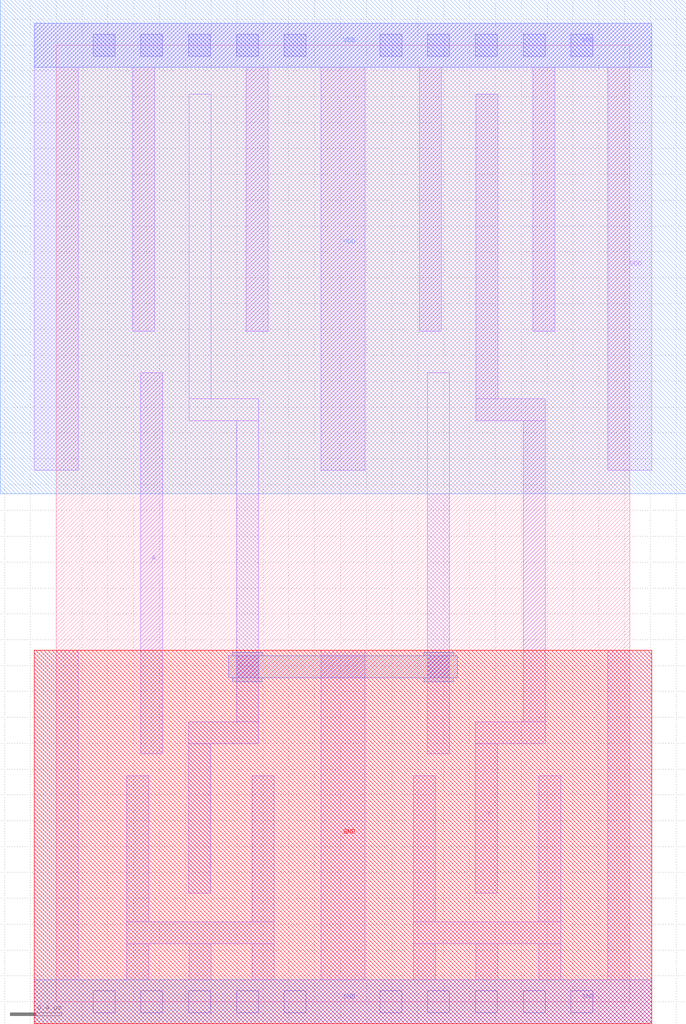
<source format=lef>
VERSION 5.7 ;
  NOWIREEXTENSIONATPIN ON ;
  DIVIDERCHAR "/" ;
  BUSBITCHARS "[]" ;
MACRO BUFX1
  CLASS CORE ;
  FOREIGN BUFX1 ;
  ORIGIN 0.000 0.000 ;
  SIZE 4.440 BY 7.400 ;
  SYMMETRY X Y R90 ;
  SITE unitrh ;
  PIN Y
    DIRECTION OUTPUT ;
    USE SIGNAL ;
    ANTENNADIFFAREA 0.771900 ;
    PORT
      LAYER li1 ;
        RECT 3.250 4.665 3.420 7.020 ;
        RECT 3.250 4.495 3.785 4.665 ;
        RECT 3.615 2.165 3.785 4.495 ;
        RECT 3.245 1.995 3.785 2.165 ;
        RECT 3.245 0.840 3.415 1.995 ;
    END
  END Y
  PIN A
    DIRECTION INPUT ;
    USE SIGNAL ;
    ANTENNAGATEAREA 1.027250 ;
    PORT
      LAYER li1 ;
        RECT 0.655 1.920 0.825 4.865 ;
    END
  END A
  PIN VDD
    DIRECTION INOUT ;
    USE POWER ;
    SHAPE ABUTMENT ;
    PORT
      LAYER nwell ;
        RECT -0.435 3.930 4.875 7.750 ;
      LAYER li1 ;
        RECT -0.170 7.230 4.610 7.570 ;
        RECT -0.170 4.110 0.170 7.230 ;
        RECT 0.590 5.185 0.760 7.230 ;
        RECT 1.470 5.185 1.640 7.230 ;
        RECT 2.050 4.110 2.390 7.230 ;
        RECT 2.810 5.185 2.980 7.230 ;
        RECT 3.690 5.185 3.860 7.230 ;
        RECT 4.270 4.110 4.610 7.230 ;
      LAYER mcon ;
        RECT 0.285 7.315 0.455 7.485 ;
        RECT 0.655 7.315 0.825 7.485 ;
        RECT 1.025 7.315 1.195 7.485 ;
        RECT 1.395 7.315 1.565 7.485 ;
        RECT 1.765 7.315 1.935 7.485 ;
        RECT 2.505 7.315 2.675 7.485 ;
        RECT 2.875 7.315 3.045 7.485 ;
        RECT 3.245 7.315 3.415 7.485 ;
        RECT 3.615 7.315 3.785 7.485 ;
        RECT 3.985 7.315 4.155 7.485 ;
      LAYER met1 ;
        RECT -0.170 7.230 4.610 7.570 ;
    END
  END VDD
  PIN GND
    DIRECTION INOUT ;
    USE GROUND ;
    SHAPE ABUTMENT ;
    PORT
      LAYER pwell ;
        RECT -0.170 -0.170 4.610 2.720 ;
      LAYER li1 ;
        RECT -0.170 0.170 0.170 2.720 ;
        RECT 0.545 0.620 0.715 1.750 ;
        RECT 1.515 0.620 1.685 1.750 ;
        RECT 0.545 0.450 1.685 0.620 ;
        RECT 0.545 0.170 0.715 0.450 ;
        RECT 1.030 0.170 1.200 0.450 ;
        RECT 1.515 0.170 1.685 0.450 ;
        RECT 2.050 0.170 2.390 2.720 ;
        RECT 2.765 0.620 2.935 1.750 ;
        RECT 3.735 0.620 3.905 1.750 ;
        RECT 2.765 0.450 3.905 0.620 ;
        RECT 2.765 0.170 2.935 0.450 ;
        RECT 3.250 0.170 3.420 0.450 ;
        RECT 3.735 0.170 3.905 0.450 ;
        RECT 4.270 0.170 4.610 2.720 ;
        RECT -0.170 -0.170 4.610 0.170 ;
      LAYER mcon ;
        RECT 0.285 -0.085 0.455 0.085 ;
        RECT 0.655 -0.085 0.825 0.085 ;
        RECT 1.025 -0.085 1.195 0.085 ;
        RECT 1.395 -0.085 1.565 0.085 ;
        RECT 1.765 -0.085 1.935 0.085 ;
        RECT 2.505 -0.085 2.675 0.085 ;
        RECT 2.875 -0.085 3.045 0.085 ;
        RECT 3.245 -0.085 3.415 0.085 ;
        RECT 3.615 -0.085 3.785 0.085 ;
        RECT 3.985 -0.085 4.155 0.085 ;
      LAYER met1 ;
        RECT -0.170 -0.170 4.610 0.170 ;
    END
  END GND
  OBS
      LAYER li1 ;
        RECT 1.030 4.665 1.200 7.020 ;
        RECT 1.030 4.495 1.565 4.665 ;
        RECT 1.395 2.165 1.565 4.495 ;
        RECT 1.025 1.995 1.565 2.165 ;
        RECT 1.025 0.840 1.195 1.995 ;
        RECT 2.875 1.920 3.045 4.865 ;
      LAYER mcon ;
        RECT 1.395 2.505 1.565 2.675 ;
        RECT 2.875 2.505 3.045 2.675 ;
      LAYER met1 ;
        RECT 1.365 2.675 1.595 2.705 ;
        RECT 2.845 2.675 3.075 2.705 ;
        RECT 1.335 2.505 3.105 2.675 ;
        RECT 1.365 2.475 1.595 2.505 ;
        RECT 2.845 2.475 3.075 2.505 ;
  END
END BUFX1
END LIBRARY


</source>
